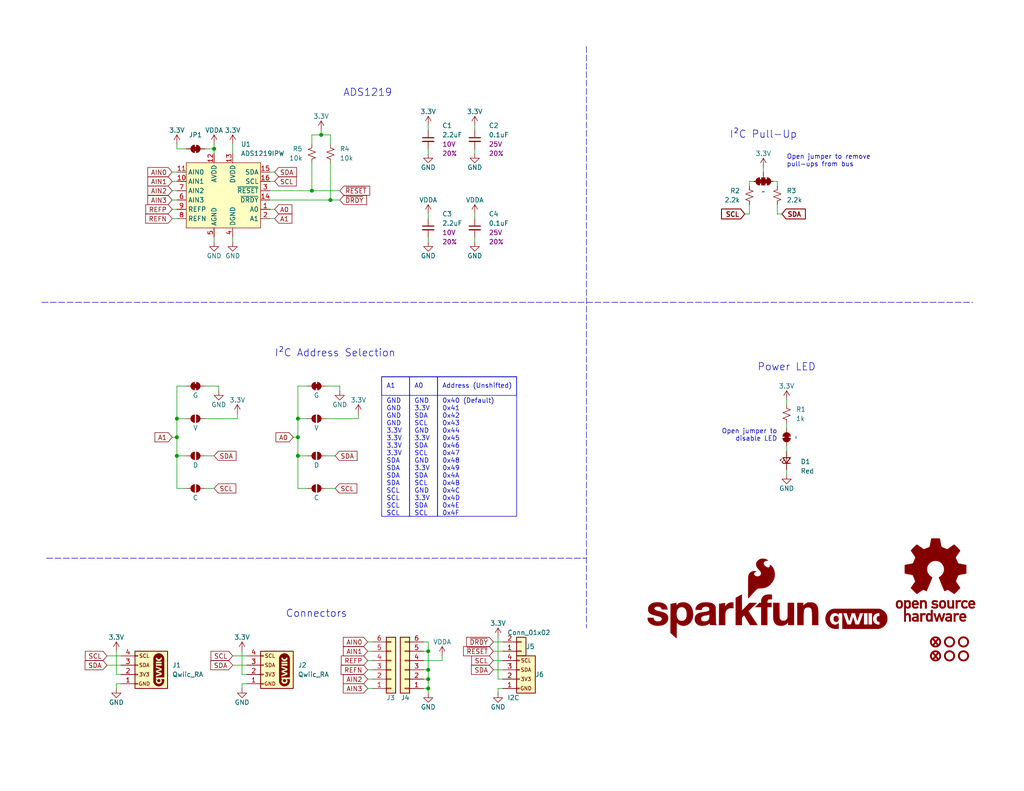
<source format=kicad_sch>
(kicad_sch (version 20231120) (generator "eeschema") (generator_version "8.0")
  (paper "USLetter")
  (title_block (title "SparkFun ADC ADS1219 (Qwiic)") (date "2025-02-24") (rev "v10") (company "SparkFun Electronics") (comment 1 "Designed by: Paul Clark"))
  (lib_symbols
    (symbol "SparkFun-Aesthetic:Fiducial_0.5mm"
      (symbol "Fiducial_0.5mm_1_1"
        (text "x" (at 0 0.254 0) (effects (font (size 2.5 2.5) (bold yes))))
      )
    )
    (symbol "SparkFun-Aesthetic:OSHW_Logo" (pin_names (offset 1.016)) (in_bom no))
    (symbol "SparkFun-Aesthetic:SparkFun_Logo" (pin_names (offset 1.016)) (on_board no))
    (symbol "SparkFun-Aesthetic:qwiic_Logo" (pin_names (offset 1.016)) (on_board no))
    (symbol "SparkFun-Capacitor:0.1uF_0603_25V_20%" (pin_numbers hide) (pin_names (offset 0.254))
      (property "Reference" "C" (at 0.635 2.54 0))
      (property "Value" "0.1uF" (at 0.635 -2.54 0))
      (property "Voltage" "25V" (at 0 -6.35 0))
      (property "Tolerance" "20%" (at 0 -8.89 0))
      (symbol "0.1uF_0603_25V_20%_1_1"
        (pin passive line (at 0 2.54 270) (length 2.032) (name "~") (number "1"))
        (pin passive line (at 0 -2.54 90) (length 2.032) (name "~") (number "2"))
      )
    )
    (symbol "SparkFun-Capacitor:2.2uF_0603_10V_20%" (pin_numbers hide) (pin_names (offset 0.254))
      (property "Reference" "C" (at 0.635 2.54 0))
      (property "Value" "2.2uF" (at 0.635 -2.54 0))
      (property "Voltage" "10V" (at 0 -6.35 0))
      (property "Tolerance" "20%" (at 0 -8.89 0))
      (symbol "2.2uF_0603_10V_20%_1_1"
        (pin passive line (at 0 2.54 270) (length 2.032) (name "~") (number "1"))
        (pin passive line (at 0 -2.54 90) (length 2.032) (name "~") (number "2"))
      )
    )
    (symbol "SparkFun-Connector:Conn_01x02" (pin_names (offset 1.016) hide)
      (property "Reference" "J" (at 0 2.54 0))
      (property "Value" "Conn_01x02" (at 0 -5.08 0))
      (symbol "Conn_01x02_1_1"
        (pin passive line (at -5.08 0 0) (length 3.81) (name "Pin_1") (number "1"))
        (pin passive line (at -5.08 -2.54 0) (length 3.81) (name "Pin_2") (number "2"))
      )
    )
    (symbol "SparkFun-Connector:Conn_01x06" (pin_names (offset 1.016) hide)
      (property "Reference" "J" (at 0 7.62 0))
      (property "Value" "Conn_01x06" (at 0 -10.16 0))
      (symbol "Conn_01x06_1_1"
        (pin passive line (at -5.08 5.08 0) (length 3.81) (name "Pin_1") (number "1"))
        (pin passive line (at -5.08 2.54 0) (length 3.81) (name "Pin_2") (number "2"))
        (pin passive line (at -5.08 0 0) (length 3.81) (name "Pin_3") (number "3"))
        (pin passive line (at -5.08 -2.54 0) (length 3.81) (name "Pin_4") (number "4"))
        (pin passive line (at -5.08 -5.08 0) (length 3.81) (name "Pin_5") (number "5"))
        (pin passive line (at -5.08 -7.62 0) (length 3.81) (name "Pin_6") (number "6"))
      )
    )
    (symbol "SparkFun-Connector:I2C_01x04" (pin_names (offset 1.016) hide)
      (property "Reference" "J" (at 0 5.08 0))
      (property "Value" "I2C" (at 0 -7.62 0))
      (symbol "I2C_01x04_1_1"
        (text "3V3" (at 1.27 -2.54 0) (effects (font (size 1 1))))
        (text "GND" (at 1.27 -5.08 0) (effects (font (size 1 1))))
        (text "SCL" (at 1.27 2.54 0) (effects (font (size 1 1))))
        (text "SDA" (at 1.27 0 0) (effects (font (size 1 1))))
        (pin passive line (at -5.08 -5.08 0) (length 3.81) (name "Pin_1") (number "1"))
        (pin passive line (at -5.08 -2.54 0) (length 3.81) (name "Pin_2") (number "2"))
        (pin passive line (at -5.08 0 0) (length 3.81) (name "Pin_3") (number "3"))
        (pin passive line (at -5.08 2.54 0) (length 3.81) (name "Pin_4") (number "4"))
      )
    )
    (symbol "SparkFun-Connector:Qwiic_Right_Angle" (pin_names (offset 1.016) hide)
      (property "Reference" "J" (at 0 5.08 0))
      (property "Value" "Qwiic_RA" (at 0 -7.62 0))
      (symbol "Qwiic_Right_Angle_1_1"
        (text "3V3" (at 1.27 -2.54 0) (effects (font (size 1 1))))
        (text "GND" (at 1.27 -5.08 0) (effects (font (size 1 1))))
        (text "SCL" (at 1.27 2.54 0) (effects (font (size 1 1))))
        (text "SDA" (at 1.27 0 0) (effects (font (size 1 1))))
        (pin passive line (at -5.08 -5.08 0) (length 3.81) (name "Pin_1") (number "1"))
        (pin passive line (at -5.08 -2.54 0) (length 3.81) (name "Pin_2") (number "2"))
        (pin passive line (at -5.08 0 0) (length 3.81) (name "Pin_3") (number "3"))
        (pin passive line (at -5.08 2.54 0) (length 3.81) (name "Pin_4") (number "4"))
        (pin no_connect line (at 5.08 3.81 270) (length 2.54) hide (name "NC") (number "NC1"))
        (pin no_connect line (at 6.35 3.81 270) (length 2.54) hide (name "NC") (number "NC2"))
      )
    )
    (symbol "SparkFun-Hardware:Standoff")
    (symbol "SparkFun-IC-Conversion:ADS1219IPW"
      (property "Reference" "U" (at 3.81 13.97 0))
      (property "Value" "ADS1219IPW" (at 3.81 11.43 0))
      (symbol "ADS1219IPW_1_1"
        (pin input line (at 12.7 -2.54 180) (length 2.54) (name "A0") (number "1"))
        (pin input line (at -12.7 5.08 0) (length 2.54) (name "AIN1") (number "10"))
        (pin input line (at -12.7 7.62 0) (length 2.54) (name "AIN0") (number "11"))
        (pin power_in line (at -2.54 12.7 270) (length 2.54) (name "AVDD") (number "12"))
        (pin power_in line (at 2.54 12.7 270) (length 2.54) (name "DVDD") (number "13"))
        (pin output line (at 12.7 0 180) (length 2.54) (name "~{DRDY}") (number "14"))
        (pin bidirectional line (at 12.7 7.62 180) (length 2.54) (name "SDA") (number "15"))
        (pin input line (at 12.7 5.08 180) (length 2.54) (name "SCL") (number "16"))
        (pin input line (at 12.7 -5.08 180) (length 2.54) (name "A1") (number "2"))
        (pin input line (at 12.7 2.54 180) (length 2.54) (name "~{RESET}") (number "3"))
        (pin power_in line (at 2.54 -10.16 90) (length 2.54) (name "DGND") (number "4"))
        (pin power_in line (at -2.54 -10.16 90) (length 2.54) (name "AGND") (number "5"))
        (pin input line (at -12.7 0 0) (length 2.54) (name "AIN3") (number "6"))
        (pin input line (at -12.7 2.54 0) (length 2.54) (name "AIN2") (number "7"))
        (pin input line (at -12.7 -5.08 0) (length 2.54) (name "REFN") (number "8"))
        (pin input line (at -12.7 -2.54 0) (length 2.54) (name "REFP") (number "9"))
      )
    )
    (symbol "SparkFun-Jumper:SolderJumper_2_Bridged" (pin_numbers hide) (pin_names (offset 0) hide)
      (property "Reference" "JP" (at 0 2.032 0))
      (property "Value" "~" (at 0 -2.54 0))
      (symbol "SolderJumper_2_Bridged_1_1"
        (pin passive line (at -2.54 0 0) (length 1.27) (name "A") (number "1"))
        (pin passive line (at 2.54 0 180) (length 1.27) (name "B") (number "2"))
      )
    )
    (symbol "SparkFun-Jumper:SolderJumper_2_Open" (pin_numbers hide) (pin_names (offset 0) hide)
      (property "Reference" "JP" (at 0 2.032 0))
      (property "Value" "~" (at 0 -2.54 0))
      (symbol "SolderJumper_2_Open_1_1"
        (pin passive line (at -2.54 0 0) (length 1.27) (name "A") (number "1"))
        (pin passive line (at 2.54 0 180) (length 1.27) (name "B") (number "2"))
      )
    )
    (symbol "SparkFun-Jumper:SolderJumper_3_Bridged123" (pin_numbers hide) (pin_names (offset 0) hide)
      (property "Reference" "JP" (at 0 2.54 0))
      (property "Value" "~" (at 3.81 1.27 0))
      (symbol "SolderJumper_3_Bridged123_1_1"
        (pin passive line (at -2.54 0 0) (length 1.27) (name "A") (number "1"))
        (pin passive line (at 0 -2.54 90) (length 1.27) (name "B") (number "2"))
        (pin passive line (at 2.54 0 180) (length 1.27) (name "C") (number "3"))
      )
    )
    (symbol "SparkFun-LED:LED_Red_0603" (pin_numbers hide) (pin_names (offset 1.016) hide)
      (property "Reference" "D" (at 0 2.54 0))
      (property "Value" "Red" (at 0 -2.54 0))
      (symbol "LED_Red_0603_1_1"
        (pin passive line (at -2.54 0 0) (length 1.778) (name "K") (number "1"))
        (pin passive line (at 2.54 0 180) (length 1.778) (name "A") (number "2"))
      )
    )
    (symbol "SparkFun-PowerSymbol:3.3V" (power) (pin_names (offset 0))
      (property "Value" "3.3V" (at 0 3.81 0))
      (symbol "3.3V_1_1"
        (pin power_in line (at 0 0 90) (length 0) hide (name "3.3V") (number "1"))
      )
    )
    (symbol "SparkFun-PowerSymbol:GND" (power) (pin_names (offset 0))
      (property "Value" "GND" (at 0 -3.81 0))
      (symbol "GND_1_1"
        (pin power_in line (at 0 0 270) (length 0) hide (name "GND") (number "1"))
      )
    )
    (symbol "SparkFun-PowerSymbol:VDDA" (power) (pin_names (offset 0))
      (property "Value" "VDDA" (at 0 3.81 0))
      (symbol "VDDA_1_1"
        (pin power_in line (at 0 0 90) (length 0) hide (name "VDDA") (number "1"))
      )
    )
    (symbol "SparkFun-Resistor:10k_0603" (pin_numbers hide) (pin_names (offset 0))
      (property "Reference" "R" (at 0 -2.54 0))
      (property "Value" "10k" (at 0 2.54 0))
      (symbol "10k_0603_1_1"
        (pin passive line (at -2.54 0 0) (length 1.016) (name "~") (number "1"))
        (pin passive line (at 2.54 0 180) (length 1.016) (name "~") (number "2"))
      )
    )
    (symbol "SparkFun-Resistor:1k_0603" (pin_numbers hide) (pin_names (offset 0))
      (property "Reference" "R" (at 0 -2.54 0))
      (property "Value" "1k" (at 0 2.54 0))
      (symbol "1k_0603_1_1"
        (pin passive line (at -2.54 0 0) (length 1.016) (name "~") (number "1"))
        (pin passive line (at 2.54 0 180) (length 1.016) (name "~") (number "2"))
      )
    )
    (symbol "SparkFun-Resistor:2.2k_0603" (pin_numbers hide) (pin_names (offset 0))
      (property "Reference" "R" (at 0 -2.54 0))
      (property "Value" "2.2k" (at 0 2.54 0))
      (symbol "2.2k_0603_1_1"
        (pin passive line (at -2.54 0 0) (length 1.016) (name "~") (number "1"))
        (pin passive line (at 2.54 0 180) (length 1.016) (name "~") (number "2"))
      )
    )
  )
  (junction (at 81.28 114.3))
  (junction (at 48.26 119.38))
  (junction (at 85.09 52.07))
  (junction (at 81.28 124.46))
  (junction (at 90.17 54.61))
  (junction (at 48.26 124.46))
  (junction (at 87.63 36.83))
  (junction (at 116.84 182.88))
  (junction (at 116.84 187.96))
  (junction (at 116.84 177.8))
  (junction (at 81.28 119.38))
  (junction (at 116.84 185.42))
  (junction (at 58.42 40.64))
  (junction (at 48.26 114.3))
  (wire (pts (xy 115.57 175.26) (xy 116.84 175.26)))
  (wire (pts (xy 100.33 180.34) (xy 101.6 180.34)))
  (wire (pts (xy 85.09 52.07) (xy 92.71 52.07)))
  (wire (pts (xy 48.26 124.46) (xy 48.26 133.35)))
  (polyline (pts (xy 160.02 12.7) (xy 160.02 171.45)) (stroke (width 0) (type dash)))
  (wire (pts (xy 87.63 36.83) (xy 90.17 36.83)))
  (wire (pts (xy 212.09 49.53) (xy 210.82 49.53)))
  (wire (pts (xy 73.66 49.53) (xy 74.93 49.53)))
  (wire (pts (xy 203.2 58.42) (xy 204.47 58.42)))
  (wire (pts (xy 116.84 177.8) (xy 115.57 177.8)))
  (wire (pts (xy 129.54 40.64) (xy 129.54 41.91)))
  (wire (pts (xy 100.33 182.88) (xy 101.6 182.88)))
  (wire (pts (xy 31.75 186.69) (xy 33.02 186.69)))
  (wire (pts (xy 58.42 64.77) (xy 58.42 66.04)))
  (wire (pts (xy 88.9 124.46) (xy 91.44 124.46)))
  (wire (pts (xy 204.47 55.88) (xy 204.47 58.42)))
  (wire (pts (xy 81.28 119.38) (xy 81.28 124.46)))
  (wire (pts (xy 120.65 179.07) (xy 120.65 180.34)))
  (wire (pts (xy 204.47 50.8) (xy 204.47 49.53)))
  (wire (pts (xy 129.54 64.77) (xy 129.54 66.04)))
  (wire (pts (xy 115.57 180.34) (xy 120.65 180.34)))
  (wire (pts (xy 116.84 182.88) (xy 116.84 185.42)))
  (wire (pts (xy 73.66 59.69) (xy 74.93 59.69)))
  (wire (pts (xy 212.09 58.42) (xy 213.36 58.42)))
  (wire (pts (xy 135.89 173.99) (xy 135.89 185.42)))
  (wire (pts (xy 90.17 54.61) (xy 92.71 54.61)))
  (wire (pts (xy 66.04 186.69) (xy 67.31 186.69)))
  (wire (pts (xy 85.09 36.83) (xy 87.63 36.83)))
  (wire (pts (xy 81.28 133.35) (xy 83.82 133.35)))
  (wire (pts (xy 55.88 124.46) (xy 58.42 124.46)))
  (wire (pts (xy 116.84 185.42) (xy 115.57 185.42)))
  (wire (pts (xy 48.26 39.37) (xy 48.26 40.64)))
  (wire (pts (xy 46.99 57.15) (xy 48.26 57.15)))
  (wire (pts (xy 116.84 64.77) (xy 116.84 66.04)))
  (wire (pts (xy 29.21 181.61) (xy 33.02 181.61)))
  (wire (pts (xy 48.26 119.38) (xy 48.26 124.46)))
  (wire (pts (xy 80.01 119.38) (xy 81.28 119.38)))
  (wire (pts (xy 81.28 124.46) (xy 81.28 133.35)))
  (wire (pts (xy 73.66 57.15) (xy 74.93 57.15)))
  (wire (pts (xy 100.33 187.96) (xy 101.6 187.96)))
  (wire (pts (xy 92.71 105.41) (xy 92.71 106.68)))
  (wire (pts (xy 88.9 105.41) (xy 92.71 105.41)))
  (wire (pts (xy 58.42 39.37) (xy 58.42 40.64)))
  (wire (pts (xy 73.66 52.07) (xy 85.09 52.07)))
  (wire (pts (xy 135.89 187.96) (xy 135.89 189.23)))
  (wire (pts (xy 48.26 124.46) (xy 50.8 124.46)))
  (wire (pts (xy 212.09 49.53) (xy 212.09 50.8)))
  (wire (pts (xy 137.16 187.96) (xy 135.89 187.96)))
  (wire (pts (xy 208.28 45.72) (xy 208.28 46.99)))
  (wire (pts (xy 46.99 54.61) (xy 48.26 54.61)))
  (wire (pts (xy 212.09 55.88) (xy 212.09 58.42)))
  (wire (pts (xy 29.21 179.07) (xy 33.02 179.07)))
  (polyline (pts (xy 11.43 82.55) (xy 265.43 82.55)) (stroke (width 0) (type dash)))
  (wire (pts (xy 214.63 121.92) (xy 214.63 123.19)))
  (wire (pts (xy 134.62 175.26) (xy 137.16 175.26)))
  (wire (pts (xy 48.26 40.64) (xy 50.8 40.64)))
  (wire (pts (xy 48.26 105.41) (xy 48.26 114.3)))
  (wire (pts (xy 214.63 109.22) (xy 214.63 110.49)))
  (wire (pts (xy 85.09 44.45) (xy 85.09 52.07)))
  (wire (pts (xy 97.79 113.03) (xy 97.79 114.3)))
  (wire (pts (xy 90.17 44.45) (xy 90.17 54.61)))
  (wire (pts (xy 64.77 113.03) (xy 64.77 114.3)))
  (wire (pts (xy 88.9 133.35) (xy 91.44 133.35)))
  (wire (pts (xy 73.66 54.61) (xy 90.17 54.61)))
  (wire (pts (xy 63.5 181.61) (xy 67.31 181.61)))
  (wire (pts (xy 66.04 186.69) (xy 66.04 187.96)))
  (wire (pts (xy 63.5 39.37) (xy 63.5 41.91)))
  (wire (pts (xy 214.63 115.57) (xy 214.63 116.84)))
  (wire (pts (xy 129.54 34.29) (xy 129.54 35.56)))
  (wire (pts (xy 81.28 124.46) (xy 83.82 124.46)))
  (wire (pts (xy 48.26 133.35) (xy 50.8 133.35)))
  (wire (pts (xy 46.99 119.38) (xy 48.26 119.38)))
  (wire (pts (xy 55.88 40.64) (xy 58.42 40.64)))
  (wire (pts (xy 55.88 114.3) (xy 64.77 114.3)))
  (wire (pts (xy 85.09 39.37) (xy 85.09 36.83)))
  (wire (pts (xy 116.84 182.88) (xy 115.57 182.88)))
  (wire (pts (xy 59.69 105.41) (xy 59.69 106.68)))
  (wire (pts (xy 73.66 46.99) (xy 74.93 46.99)))
  (wire (pts (xy 63.5 179.07) (xy 67.31 179.07)))
  (wire (pts (xy 83.82 105.41) (xy 81.28 105.41)))
  (wire (pts (xy 81.28 105.41) (xy 81.28 114.3)))
  (wire (pts (xy 46.99 49.53) (xy 48.26 49.53)))
  (wire (pts (xy 63.5 64.77) (xy 63.5 66.04)))
  (wire (pts (xy 134.62 177.8) (xy 137.16 177.8)))
  (wire (pts (xy 87.63 35.56) (xy 87.63 36.83)))
  (wire (pts (xy 90.17 39.37) (xy 90.17 36.83)))
  (polyline (pts (xy 12.7 152.4) (xy 160.02 152.4)) (stroke (width 0) (type dash)))
  (wire (pts (xy 81.28 114.3) (xy 81.28 119.38)))
  (wire (pts (xy 55.88 105.41) (xy 59.69 105.41)))
  (wire (pts (xy 116.84 40.64) (xy 116.84 41.91)))
  (wire (pts (xy 204.47 49.53) (xy 205.74 49.53)))
  (wire (pts (xy 31.75 186.69) (xy 31.75 187.96)))
  (wire (pts (xy 66.04 177.8) (xy 66.04 184.15)))
  (wire (pts (xy 214.63 128.27) (xy 214.63 129.54)))
  (wire (pts (xy 55.88 133.35) (xy 58.42 133.35)))
  (wire (pts (xy 134.62 182.88) (xy 137.16 182.88)))
  (wire (pts (xy 46.99 59.69) (xy 48.26 59.69)))
  (wire (pts (xy 58.42 40.64) (xy 58.42 41.91)))
  (wire (pts (xy 31.75 184.15) (xy 33.02 184.15)))
  (wire (pts (xy 129.54 58.42) (xy 129.54 59.69)))
  (wire (pts (xy 46.99 46.99) (xy 48.26 46.99)))
  (wire (pts (xy 116.84 177.8) (xy 116.84 182.88)))
  (wire (pts (xy 46.99 52.07) (xy 48.26 52.07)))
  (wire (pts (xy 88.9 114.3) (xy 97.79 114.3)))
  (wire (pts (xy 48.26 114.3) (xy 48.26 119.38)))
  (wire (pts (xy 116.84 175.26) (xy 116.84 177.8)))
  (wire (pts (xy 48.26 114.3) (xy 50.8 114.3)))
  (wire (pts (xy 116.84 185.42) (xy 116.84 187.96)))
  (wire (pts (xy 50.8 105.41) (xy 48.26 105.41)))
  (wire (pts (xy 100.33 177.8) (xy 101.6 177.8)))
  (wire (pts (xy 137.16 185.42) (xy 135.89 185.42)))
  (wire (pts (xy 66.04 184.15) (xy 67.31 184.15)))
  (wire (pts (xy 116.84 187.96) (xy 116.84 189.23)))
  (wire (pts (xy 116.84 58.42) (xy 116.84 59.69)))
  (wire (pts (xy 100.33 185.42) (xy 101.6 185.42)))
  (wire (pts (xy 116.84 187.96) (xy 115.57 187.96)))
  (wire (pts (xy 116.84 34.29) (xy 116.84 35.56)))
  (wire (pts (xy 31.75 177.8) (xy 31.75 184.15)))
  (wire (pts (xy 100.33 175.26) (xy 101.6 175.26)))
  (wire (pts (xy 81.28 114.3) (xy 83.82 114.3)))
  (wire (pts (xy 134.62 180.34) (xy 137.16 180.34)))
  (rectangle (start 104.14 102.87) (end 140.97 107.95))
  (rectangle (start 104.14 102.87) (end 111.76 140.97))
  (rectangle (start 119.38 102.87) (end 140.97 140.97))
  (rectangle (start 111.76 102.87) (end 119.38 140.97))
  (text "Open jumper to remove\npull-ups from bus" (at 214.63 45.72 0) (effects (font (size 1.27 1.27)) (justify left bottom)))
  (text "Connectors" (at 86.36 167.64 0) (effects (font (size 2 2))))
  (text "Power LED" (at 214.63 100.33 0) (effects (font (size 2 2))))
  (text "I²C Address Selection" (at 91.44 96.52 0) (effects (font (size 2 2))))
  (text "Open jumper to\ndisable LED" (at 212.09 120.65 0) (effects (font (size 1.27 1.27)) (justify right bottom)))
  (text "A1\n\nGND\nGND\nGND\nGND\n3.3V\n3.3V\n3.3V\n3.3V\nSDA\nSDA\nSDA\nSDA\nSCL\nSCL\nSCL\nSCL" (at 105.41 140.97 0) (effects (font (size 1.27 1.27)) (justify left bottom)))
  (text "Address (Unshifted)\n\n0x40 (Default)\n0x41\n0x42\n0x43\n0x44\n0x45\n0x46\n0x47\n0x48\n0x49\n0x4A\n0x4B\n0x4C\n0x4D\n0x4E\n0x4F" (at 120.65 140.97 0) (effects (font (size 1.27 1.27)) (justify left bottom)))
  (text "ADS1219" (at 100.33 25.4 0) (effects (font (size 2 2))))
  (text "I²C Pull-Up" (at 208.28 36.83 0) (effects (font (size 2 2))))
  (text "A0\n\nGND\n3.3V\nSDA\nSCL\nGND\n3.3V\nSDA\nSCL\nGND\n3.3V\nSDA\nSCL\nGND\n3.3V\nSDA\nSCL" (at 113.03 140.97 0) (effects (font (size 1.27 1.27)) (justify left bottom)))
  (global_label "SDA" (shape input) (at 58.42 124.46 0) (property "Intersheetrefs" "${INTERSHEET_REFS}" (effects (hide yes))))
  (global_label "AIN2" (shape input) (at 46.99 52.07 180) (property "Intersheetrefs" "${INTERSHEET_REFS}" (effects (hide yes))))
  (global_label "~{RESET}" (shape input) (at 92.71 52.07 0) (property "Intersheetrefs" "${INTERSHEET_REFS}" (effects (hide yes))))
  (global_label "SCL" (shape input) (at 74.93 49.53 0) (property "Intersheetrefs" "${INTERSHEET_REFS}" (effects (hide yes))))
  (global_label "REFN" (shape input) (at 100.33 182.88 180) (property "Intersheetrefs" "${INTERSHEET_REFS}" (effects (hide yes))))
  (global_label "SCL" (shape input) (at 63.5 179.07 180) (property "Intersheetrefs" "${INTERSHEET_REFS}" (effects (hide yes))))
  (global_label "AIN0" (shape input) (at 46.99 46.99 180) (property "Intersheetrefs" "${INTERSHEET_REFS}" (effects (hide yes))))
  (global_label "AIN0" (shape input) (at 100.33 175.26 180) (property "Intersheetrefs" "${INTERSHEET_REFS}" (effects (hide yes))))
  (global_label "~{RESET}" (shape input) (at 134.62 177.8 180) (property "Intersheetrefs" "${INTERSHEET_REFS}" (effects (hide yes))))
  (global_label "SDA" (shape input) (at 29.21 181.61 180) (property "Intersheetrefs" "${INTERSHEET_REFS}" (effects (hide yes))))
  (global_label "AIN3" (shape input) (at 100.33 187.96 180) (property "Intersheetrefs" "${INTERSHEET_REFS}" (effects (hide yes))))
  (global_label "A0" (shape input) (at 80.01 119.38 180) (property "Intersheetrefs" "${INTERSHEET_REFS}" (effects (hide yes))))
  (global_label "REFP" (shape input) (at 46.99 57.15 180) (property "Intersheetrefs" "${INTERSHEET_REFS}" (effects (hide yes))))
  (global_label "SCL" (shape input) (at 134.62 180.34 180) (property "Intersheetrefs" "${INTERSHEET_REFS}" (effects (hide yes))))
  (global_label "AIN2" (shape input) (at 100.33 185.42 180) (property "Intersheetrefs" "${INTERSHEET_REFS}" (effects (hide yes))))
  (global_label "SCL" (shape input) (at 91.44 133.35 0) (property "Intersheetrefs" "${INTERSHEET_REFS}" (effects (hide yes))))
  (global_label "SCL" (shape input) (at 58.42 133.35 0) (property "Intersheetrefs" "${INTERSHEET_REFS}" (effects (hide yes))))
  (global_label "SDA" (shape input) (at 134.62 182.88 180) (property "Intersheetrefs" "${INTERSHEET_REFS}" (effects (hide yes))))
  (global_label "AIN3" (shape input) (at 46.99 54.61 180) (property "Intersheetrefs" "${INTERSHEET_REFS}" (effects (hide yes))))
  (global_label "~{DRDY}" (shape input) (at 92.71 54.61 0) (property "Intersheetrefs" "${INTERSHEET_REFS}" (effects (hide yes))))
  (global_label "REFN" (shape input) (at 46.99 59.69 180) (property "Intersheetrefs" "${INTERSHEET_REFS}" (effects (hide yes))))
  (global_label "~{DRDY}" (shape input) (at 134.62 175.26 180) (property "Intersheetrefs" "${INTERSHEET_REFS}" (effects (hide yes))))
  (global_label "SDA" (shape input) (at 63.5 181.61 180) (property "Intersheetrefs" "${INTERSHEET_REFS}" (effects (hide yes))))
  (global_label "REFP" (shape input) (at 100.33 180.34 180) (property "Intersheetrefs" "${INTERSHEET_REFS}" (effects (hide yes))))
  (global_label "SDA" (shape input) (at 91.44 124.46 0) (property "Intersheetrefs" "${INTERSHEET_REFS}" (effects (hide yes))))
  (global_label "A0" (shape input) (at 74.93 57.15 0) (property "Intersheetrefs" "${INTERSHEET_REFS}" (effects (hide yes))))
  (global_label "SDA" (shape input) (at 213.36 58.42 0) (effects (font (bold yes))) (property "Intersheetrefs" "${INTERSHEET_REFS}" (effects (hide yes))))
  (global_label "AIN1" (shape input) (at 100.33 177.8 180) (property "Intersheetrefs" "${INTERSHEET_REFS}" (effects (hide yes))))
  (global_label "SDA" (shape input) (at 74.93 46.99 0) (property "Intersheetrefs" "${INTERSHEET_REFS}" (effects (hide yes))))
  (global_label "A1" (shape input) (at 74.93 59.69 0) (property "Intersheetrefs" "${INTERSHEET_REFS}" (effects (hide yes))))
  (global_label "SCL" (shape input) (at 29.21 179.07 180) (property "Intersheetrefs" "${INTERSHEET_REFS}" (effects (hide yes))))
  (global_label "SCL" (shape input) (at 203.2 58.42 180) (effects (font (bold yes))) (property "Intersheetrefs" "${INTERSHEET_REFS}" (effects (hide yes))))
  (global_label "A1" (shape input) (at 46.99 119.38 180) (property "Intersheetrefs" "${INTERSHEET_REFS}" (effects (hide yes))))
  (global_label "AIN1" (shape input) (at 46.99 49.53 180) (property "Intersheetrefs" "${INTERSHEET_REFS}" (effects (hide yes))))
  (symbol (lib_id "SparkFun-PowerSymbol:GND") (at 214.63 129.54 0) (unit 1)
    (property "Reference" "#PWR015" (effects (hide yes)))
    (property "Value" "GND" (at 214.63 133.35 0))
    (property "Description" "Power symbol creates a global label with name \"GND\" , ground" (effects (hide yes)))
  )
  (symbol (lib_id "SparkFun-PowerSymbol:3.3V") (at 129.54 34.29 0) (unit 1)
    (property "Reference" "#PWR07" (effects (hide yes)))
    (property "Value" "3.3V" (at 129.54 30.48 0))
    (property "Description" "Power symbol creates a global label with name \"3.3V\"" (effects (hide yes)))
  )
  (symbol (lib_id "SparkFun-Hardware:Standoff") (at 262.89 175.26 0) (unit 1)
    (property "Reference" "ST1" (effects (hide yes)))
    (property "Value" "Standoff" (effects (hide yes)))
    (property "Footprint" "SparkFun-Hardware:Standoff" (effects (hide yes)))
    (property "Description" "Drill holes for mechanically mounting via screws, standoffs, etc." (effects (hide yes)))
  )
  (symbol (lib_id "SparkFun-PowerSymbol:VDDA") (at 129.54 58.42 0) (unit 1)
    (property "Reference" "#PWR012" (effects (hide yes)))
    (property "Value" "VDDA" (at 129.54 54.61 0))
    (property "Description" "Power symbol creates a global label with name \"VDDA\"" (effects (hide yes)))
  )
  (symbol (lib_id "SparkFun-PowerSymbol:GND") (at 129.54 66.04 0) (unit 1)
    (property "Reference" "#PWR013" (effects (hide yes)))
    (property "Value" "GND" (at 129.54 69.85 0))
    (property "Description" "Power symbol creates a global label with name \"GND\" , ground" (effects (hide yes)))
  )
  (symbol (lib_id "SparkFun-PowerSymbol:GND") (at 135.89 189.23 0) (unit 1)
    (property "Reference" "#PWR027" (effects (hide yes)))
    (property "Value" "GND" (at 135.89 193.04 0))
    (property "Description" "Power symbol creates a global label with name \"GND\" , ground" (effects (hide yes)))
  )
  (symbol (lib_id "SparkFun-PowerSymbol:VDDA") (at 116.84 58.42 0) (unit 1)
    (property "Reference" "#PWR010" (effects (hide yes)))
    (property "Value" "VDDA" (at 116.84 54.61 0))
    (property "Description" "Power symbol creates a global label with name \"VDDA\"" (effects (hide yes)))
  )
  (symbol (lib_id "SparkFun-PowerSymbol:3.3V") (at 116.84 34.29 0) (unit 1)
    (property "Reference" "#PWR06" (effects (hide yes)))
    (property "Value" "3.3V" (at 116.84 30.48 0))
    (property "Description" "Power symbol creates a global label with name \"3.3V\"" (effects (hide yes)))
  )
  (symbol (lib_id "SparkFun-PowerSymbol:GND") (at 116.84 189.23 0) (mirror y) (unit 1)
    (property "Reference" "#PWR025" (effects (hide yes)))
    (property "Value" "GND" (at 116.84 193.04 0))
    (property "Description" "Power symbol creates a global label with name \"GND\" , ground" (effects (hide yes)))
  )
  (symbol (lib_id "SparkFun-PowerSymbol:3.3V") (at 214.63 109.22 0) (unit 1)
    (property "Reference" "#PWR014" (effects (hide yes)))
    (property "Value" "3.3V" (at 214.63 105.41 0))
    (property "Description" "Power symbol creates a global label with name \"3.3V\"" (effects (hide yes)))
  )
  (symbol (lib_id "SparkFun-PowerSymbol:GND") (at 58.42 66.04 0) (unit 1)
    (property "Reference" "#PWR04" (effects (hide yes)))
    (property "Value" "GND" (at 58.42 69.85 0))
    (property "Description" "Power symbol creates a global label with name \"GND\" , ground" (effects (hide yes)))
  )
  (symbol (lib_id "SparkFun-Jumper:SolderJumper_2_Open") (at 86.36 133.35 0) (unit 1)
    (property "Reference" "JP7" (effects (hide yes)))
    (property "Value" "C" (at 86.36 135.89 0))
    (property "Footprint" "SparkFun-Jumper:Jumper_2_NO" (effects (hide yes)))
    (property "Description" "Solder Jumper, 2-pole, open" (effects (hide yes)))
  )
  (symbol (lib_id "SparkFun-Jumper:SolderJumper_2_Open") (at 53.34 133.35 0) (unit 1)
    (property "Reference" "JP11" (effects (hide yes)))
    (property "Value" "C" (at 53.34 135.89 0))
    (property "Footprint" "SparkFun-Jumper:Jumper_2_NO" (effects (hide yes)))
    (property "Description" "Solder Jumper, 2-pole, open" (effects (hide yes)))
  )
  (symbol (lib_id "SparkFun-Resistor:10k_0603") (at 85.09 41.91 90) (mirror x) (unit 1)
    (property "Reference" "R5" (at 82.55 40.6399 90) (effects (justify left)))
    (property "Value" "10k" (at 82.55 43.1799 90) (effects (justify left)))
    (property "Footprint" "SparkFun-Resistor:R_0603_1608Metric" (effects (hide yes)))
    (property "Datasheet" "https://www.vishay.com/docs/20035/dcrcwe3.pdf" (effects (hide yes)))
    (property "Description" "Resistor" (effects (hide yes)))
    (property "PROD_ID" "RES-00824" (effects (hide yes)))
  )
  (symbol (lib_id "SparkFun-Connector:Conn_01x06") (at 106.68 182.88 0) (mirror x) (unit 1)
    (property "Reference" "J3" (at 105.41 190.5 0) (effects (justify left)))
    (property "Value" "Conn_01x06" (effects (hide yes)))
    (property "Footprint" "SparkFun-Connector:1x06" (effects (hide yes)))
    (property "Description" "Basic 0.1\" PTH" (effects (hide yes)))
  )
  (symbol (lib_id "SparkFun-Capacitor:2.2uF_0603_10V_20%") (at 116.84 38.1 0) (unit 1)
    (property "Reference" "C1" (at 120.65 34.29 0) (effects (justify left)))
    (property "Value" "2.2uF" (at 120.65 36.83 0) (effects (justify left)))
    (property "Footprint" "SparkFun-Capacitor:C_0603_1608Metric" (effects (hide yes)))
    (property "Datasheet" "https://cdn.sparkfun.com/assets/8/a/4/a/5/Kemet_Capacitor_Datasheet.pdf" (effects (hide yes)))
    (property "Description" "Unpolarized capacitor" (effects (hide yes)))
    (property "PROD_ID" "CAP-07888" (effects (hide yes)))
    (property "Voltage" "10V" (at 120.65 39.37 0) (effects (justify left)))
    (property "Tolerance" "20%" (at 120.65 41.91 0) (effects (justify left)))
  )
  (symbol (lib_id "SparkFun-PowerSymbol:3.3V") (at 63.5 39.37 0) (unit 1)
    (property "Reference" "#PWR01" (effects (hide yes)))
    (property "Value" "3.3V" (at 63.5 35.56 0))
    (property "Description" "Power symbol creates a global label with name \"3.3V\"" (effects (hide yes)))
  )
  (symbol (lib_id "SparkFun-Aesthetic:OSHW_Logo") (at 255.27 162.56 0) (unit 1)
    (property "Reference" "#G2" (effects (hide yes)))
    (property "Value" "OSHW_Logo" (effects (hide yes)))
    (property "Footprint" "SparkFun-Aesthetic:Creative_Commons_License" (effects (hide yes)))
  )
  (symbol (lib_id "SparkFun-Capacitor:0.1uF_0603_25V_20%") (at 129.54 62.23 0) (unit 1)
    (property "Reference" "C4" (at 133.35 58.42 0) (effects (justify left)))
    (property "Value" "0.1uF" (at 133.35 60.96 0) (effects (justify left)))
    (property "Footprint" "SparkFun-Capacitor:C_0603_1608Metric" (effects (hide yes)))
    (property "Datasheet" "https://cdn.sparkfun.com/assets/8/a/4/a/5/Kemet_Capacitor_Datasheet.pdf" (effects (hide yes)))
    (property "Description" "Unpolarized capacitor" (effects (hide yes)))
    (property "PROD_ID" "CAP-00810" (effects (hide yes)))
    (property "Voltage" "25V" (at 133.35 63.5 0) (effects (justify left)))
    (property "Tolerance" "20%" (at 133.35 66.04 0) (effects (justify left)))
  )
  (symbol (lib_id "SparkFun-Jumper:SolderJumper_2_Bridged") (at 86.36 105.41 0) (unit 1)
    (property "Reference" "JP4" (effects (hide yes)))
    (property "Value" "G" (at 86.36 107.95 0))
    (property "Footprint" "SparkFun-Jumper:Jumper_2_NC_Trace" (effects (hide yes)))
    (property "Description" "Solder Jumper, 2-pole, closed/bridged" (effects (hide yes)))
  )
  (symbol (lib_id "SparkFun-Connector:Conn_01x02") (at 142.24 177.8 0) (mirror x) (unit 1)
    (property "Reference" "J5" (at 143.51 176.53 0) (effects (justify left)))
    (property "Value" "Conn_01x02" (at 138.43 172.72 0) (effects (justify left)))
    (property "Footprint" "SparkFun-Connector:1x02" (effects (hide yes)))
    (property "Description" "Basic 0.1\" PTH" (effects (hide yes)))
  )
  (symbol (lib_id "SparkFun-PowerSymbol:3.3V") (at 87.63 35.56 0) (unit 1)
    (property "Reference" "#PWR029" (effects (hide yes)))
    (property "Value" "3.3V" (at 87.63 31.75 0))
    (property "Description" "Power symbol creates a global label with name \"3.3V\"" (effects (hide yes)))
  )
  (symbol (lib_id "SparkFun-PowerSymbol:GND") (at 92.71 106.68 0) (unit 1)
    (property "Reference" "#PWR017" (effects (hide yes)))
    (property "Value" "GND" (at 92.71 110.49 0))
    (property "Description" "Power symbol creates a global label with name \"GND\" , ground" (effects (hide yes)))
  )
  (symbol (lib_id "SparkFun-Connector:Qwiic_Right_Angle") (at 72.39 181.61 0) (unit 1)
    (property "Reference" "J2" (at 81.28 181.61 0) (effects (justify left)))
    (property "Value" "Qwiic_RA" (at 81.28 184.15 0) (effects (justify left)))
    (property "Footprint" "SparkFun-Connector:JST_SMD_1.0mm-4_Black" (effects (hide yes)))
    (property "Datasheet" "https://www.jst-mfg.com/product/pdf/eng/eSH.pdf" (effects (hide yes)))
    (property "Description" "4 pin JST 1mm polarized connector for I2C" (effects (hide yes)))
    (property "PROD_ID" "CONN-13694" (effects (hide yes)))
  )
  (symbol (lib_id "SparkFun-Aesthetic:SparkFun_Logo") (at 199.39 167.64 0) (unit 1) (on_board no)
    (property "Reference" "G1" (effects (hide yes)))
    (property "Value" "SparkFun_Logo" (effects (hide yes)))
  )
  (symbol (lib_id "SparkFun-PowerSymbol:3.3V") (at 97.79 113.03 0) (unit 1)
    (property "Reference" "#PWR018" (effects (hide yes)))
    (property "Value" "3.3V" (at 97.79 109.22 0))
    (property "Description" "Power symbol creates a global label with name \"3.3V\"" (effects (hide yes)))
  )
  (symbol (lib_id "SparkFun-PowerSymbol:VDDA") (at 120.65 179.07 0) (mirror y) (unit 1)
    (property "Reference" "#PWR026" (effects (hide yes)))
    (property "Value" "VDDA" (at 120.65 175.26 0))
    (property "Description" "Power symbol creates a global label with name \"VDDA\"" (effects (hide yes)))
  )
  (symbol (lib_id "SparkFun-PowerSymbol:GND") (at 129.54 41.91 0) (unit 1)
    (property "Reference" "#PWR09" (effects (hide yes)))
    (property "Value" "GND" (at 129.54 45.72 0))
    (property "Description" "Power symbol creates a global label with name \"GND\" , ground" (effects (hide yes)))
  )
  (symbol (lib_id "SparkFun-PowerSymbol:GND") (at 116.84 41.91 0) (unit 1)
    (property "Reference" "#PWR08" (effects (hide yes)))
    (property "Value" "GND" (at 116.84 45.72 0))
    (property "Description" "Power symbol creates a global label with name \"GND\" , ground" (effects (hide yes)))
  )
  (symbol (lib_id "SparkFun-Connector:I2C_01x04") (at 142.24 182.88 0) (unit 1)
    (property "Reference" "J6" (at 146.05 184.15 0) (effects (justify left)))
    (property "Value" "I2C" (at 138.43 190.5 0) (effects (justify left)))
    (property "Footprint" "SparkFun-Connector:1x04" (effects (hide yes)))
    (property "Description" "Coomon 4 pin PTH connector for I2C" (effects (hide yes)))
  )
  (symbol (lib_id "SparkFun-PowerSymbol:3.3V") (at 208.28 45.72 0) (unit 1)
    (property "Reference" "#PWR016" (effects (hide yes)))
    (property "Value" "3.3V" (at 208.28 41.91 0))
    (property "Description" "Power symbol creates a global label with name \"3.3V\"" (effects (hide yes)))
  )
  (symbol (lib_id "SparkFun-Jumper:SolderJumper_2_Open") (at 86.36 124.46 0) (unit 1)
    (property "Reference" "JP6" (effects (hide yes)))
    (property "Value" "D" (at 86.36 127 0))
    (property "Footprint" "SparkFun-Jumper:Jumper_2_NO" (effects (hide yes)))
    (property "Description" "Solder Jumper, 2-pole, open" (effects (hide yes)))
  )
  (symbol (lib_id "SparkFun-PowerSymbol:GND") (at 116.84 66.04 0) (unit 1)
    (property "Reference" "#PWR011" (effects (hide yes)))
    (property "Value" "GND" (at 116.84 69.85 0))
    (property "Description" "Power symbol creates a global label with name \"GND\" , ground" (effects (hide yes)))
  )
  (symbol (lib_id "SparkFun-PowerSymbol:VDDA") (at 58.42 39.37 0) (unit 1)
    (property "Reference" "#PWR03" (effects (hide yes)))
    (property "Value" "VDDA" (at 58.42 35.56 0))
    (property "Description" "Power symbol creates a global label with name \"VDDA\"" (effects (hide yes)))
  )
  (symbol (lib_id "SparkFun-Capacitor:0.1uF_0603_25V_20%") (at 129.54 38.1 0) (unit 1)
    (property "Reference" "C2" (at 133.35 34.29 0) (effects (justify left)))
    (property "Value" "0.1uF" (at 133.35 36.83 0) (effects (justify left)))
    (property "Footprint" "SparkFun-Capacitor:C_0603_1608Metric" (effects (hide yes)))
    (property "Datasheet" "https://cdn.sparkfun.com/assets/8/a/4/a/5/Kemet_Capacitor_Datasheet.pdf" (effects (hide yes)))
    (property "Description" "Unpolarized capacitor" (effects (hide yes)))
    (property "PROD_ID" "CAP-00810" (effects (hide yes)))
    (property "Voltage" "25V" (at 133.35 39.37 0) (effects (justify left)))
    (property "Tolerance" "20%" (at 133.35 41.91 0) (effects (justify left)))
  )
  (symbol (lib_id "SparkFun-Jumper:SolderJumper_2_Bridged") (at 214.63 119.38 90) (unit 1)
    (property "Reference" "JP2" (effects (hide yes)))
    (property "Value" "~" (at 217.17 119.38 0))
    (property "Footprint" "SparkFun-Jumper:Jumper_2_NC_Trace" (effects (hide yes)))
    (property "Description" "Solder Jumper, 2-pole, closed/bridged" (effects (hide yes)))
  )
  (symbol (lib_id "SparkFun-IC-Conversion:ADS1219IPW") (at 60.96 54.61 0) (unit 1)
    (property "Reference" "U1" (at 65.6941 39.37 0) (effects (justify left)))
    (property "Value" "ADS1219IPW" (at 65.6941 41.91 0) (effects (justify left)))
    (property "Footprint" "SparkFun-Semiconductor-Standard:TSSOP-16" (effects (hide yes)))
    (property "Datasheet" "https://www.ti.com/lit/gpn/ads1219" (effects (hide yes)))
    (property "Description" "24-Bit, 4-Channel, 1-kSPS ADC Converter" (effects (hide yes)))
    (property "PROD_ID" "IC-19659" (effects (hide yes)))
  )
  (symbol (lib_id "SparkFun-Jumper:SolderJumper_2_Open") (at 53.34 124.46 0) (unit 1)
    (property "Reference" "JP10" (effects (hide yes)))
    (property "Value" "D" (at 53.34 127 0))
    (property "Footprint" "SparkFun-Jumper:Jumper_2_NO" (effects (hide yes)))
    (property "Description" "Solder Jumper, 2-pole, open" (effects (hide yes)))
  )
  (symbol (lib_id "SparkFun-PowerSymbol:3.3V") (at 31.75 177.8 0) (unit 1)
    (property "Reference" "#PWR021" (effects (hide yes)))
    (property "Value" "3.3V" (at 31.75 173.99 0))
    (property "Description" "Power symbol creates a global label with name \"3.3V\"" (effects (hide yes)))
  )
  (symbol (lib_id "SparkFun-Hardware:Standoff") (at 259.08 179.07 0) (unit 1)
    (property "Reference" "ST4" (effects (hide yes)))
    (property "Value" "Standoff" (effects (hide yes)))
    (property "Footprint" "SparkFun-Hardware:Standoff" (effects (hide yes)))
    (property "Description" "Drill holes for mechanically mounting via screws, standoffs, etc." (effects (hide yes)))
  )
  (symbol (lib_id "SparkFun-Jumper:SolderJumper_2_Open") (at 53.34 114.3 0) (unit 1)
    (property "Reference" "JP9" (effects (hide yes)))
    (property "Value" "V" (at 53.34 116.84 0))
    (property "Footprint" "SparkFun-Jumper:Jumper_2_NO" (effects (hide yes)))
    (property "Description" "Solder Jumper, 2-pole, open" (effects (hide yes)))
  )
  (symbol (lib_id "SparkFun-Aesthetic:Fiducial_0.5mm") (at 255.27 179.07 0) (unit 1)
    (property "Reference" "FID3" (effects (hide yes)))
    (property "Value" "Fiducial_0.5mm" (effects (hide yes)))
    (property "Footprint" "SparkFun-Aesthetic:Fiducial_0.5mm_Mask1mm" (effects (hide yes)))
    (property "Description" "Fiducial Marker" (effects (hide yes)))
  )
  (symbol (lib_id "SparkFun-PowerSymbol:3.3V") (at 48.26 39.37 0) (unit 1)
    (property "Reference" "#PWR02" (effects (hide yes)))
    (property "Value" "3.3V" (at 48.26 35.56 0))
    (property "Description" "Power symbol creates a global label with name \"3.3V\"" (effects (hide yes)))
  )
  (symbol (lib_id "SparkFun-Jumper:SolderJumper_2_Open") (at 86.36 114.3 0) (unit 1)
    (property "Reference" "JP5" (effects (hide yes)))
    (property "Value" "V" (at 86.36 116.84 0))
    (property "Footprint" "SparkFun-Jumper:Jumper_2_NO" (effects (hide yes)))
    (property "Description" "Solder Jumper, 2-pole, open" (effects (hide yes)))
  )
  (symbol (lib_id "SparkFun-PowerSymbol:3.3V") (at 135.89 173.99 0) (unit 1)
    (property "Reference" "#PWR028" (effects (hide yes)))
    (property "Value" "3.3V" (at 135.89 170.18 0))
    (property "Description" "Power symbol creates a global label with name \"3.3V\"" (effects (hide yes)))
  )
  (symbol (lib_id "SparkFun-PowerSymbol:GND") (at 66.04 187.96 0) (unit 1)
    (property "Reference" "#PWR024" (effects (hide yes)))
    (property "Value" "GND" (at 66.04 191.77 0))
    (property "Description" "Power symbol creates a global label with name \"GND\" , ground" (effects (hide yes)))
  )
  (symbol (lib_id "SparkFun-LED:LED_Red_0603") (at 214.63 125.73 90) (unit 1)
    (property "Reference" "D1" (at 218.44 126.0475 90) (effects (justify right)))
    (property "Value" "Red" (at 218.44 128.5875 90) (effects (justify right)))
    (property "Footprint" "SparkFun-LED:LED_0603_1608Metric_Red" (effects (hide yes)))
    (property "Datasheet" "https://docs.broadcom.com/docs/AV02-0551EN" (effects (hide yes)))
    (property "Description" "Light emitting diode" (effects (hide yes)))
    (property "PROD_ID" "DIO-17976" (effects (hide yes)))
  )
  (symbol (lib_id "SparkFun-Aesthetic:Fiducial_0.5mm") (at 255.27 175.26 0) (unit 1)
    (property "Reference" "FID1" (effects (hide yes)))
    (property "Value" "Fiducial_0.5mm" (effects (hide yes)))
    (property "Footprint" "SparkFun-Aesthetic:Fiducial_0.5mm_Mask1mm" (effects (hide yes)))
    (property "Description" "Fiducial Marker" (effects (hide yes)))
  )
  (symbol (lib_id "SparkFun-PowerSymbol:GND") (at 63.5 66.04 0) (unit 1)
    (property "Reference" "#PWR05" (effects (hide yes)))
    (property "Value" "GND" (at 63.5 69.85 0))
    (property "Description" "Power symbol creates a global label with name \"GND\" , ground" (effects (hide yes)))
  )
  (symbol (lib_id "SparkFun-Aesthetic:qwiic_Logo") (at 233.68 168.91 0) (unit 1)
    (property "Reference" "#G1" (effects (hide yes)))
    (property "Value" "qwiic_Logo" (effects (hide yes)))
    (property "Footprint" "SparkFun-Aesthetic:qwiic_5.5mm" (effects (hide yes)))
  )
  (symbol (lib_id "SparkFun-Resistor:1k_0603") (at 214.63 113.03 90) (unit 1)
    (property "Reference" "R1" (at 217.17 111.7599 90) (effects (justify right)))
    (property "Value" "1k" (at 217.17 114.2999 90) (effects (justify right)))
    (property "Footprint" "SparkFun-Resistor:R_0603_1608Metric" (effects (hide yes)))
    (property "Datasheet" "https://www.vishay.com/docs/20035/dcrcwe3.pdf" (effects (hide yes)))
    (property "Description" "Resistor" (effects (hide yes)))
    (property "PROD_ID" "RES-07856" (effects (hide yes)))
  )
  (symbol (lib_id "SparkFun-Hardware:Standoff") (at 259.08 175.26 0) (unit 1)
    (property "Reference" "ST2" (effects (hide yes)))
    (property "Value" "Standoff" (effects (hide yes)))
    (property "Footprint" "SparkFun-Hardware:Standoff" (effects (hide yes)))
    (property "Description" "Drill holes for mechanically mounting via screws, standoffs, etc." (effects (hide yes)))
  )
  (symbol (lib_id "SparkFun-PowerSymbol:3.3V") (at 66.04 177.8 0) (unit 1)
    (property "Reference" "#PWR023" (effects (hide yes)))
    (property "Value" "3.3V" (at 66.04 173.99 0))
    (property "Description" "Power symbol creates a global label with name \"3.3V\"" (effects (hide yes)))
  )
  (symbol (lib_id "SparkFun-Connector:Conn_01x06") (at 110.49 182.88 180) (unit 1)
    (property "Reference" "J4" (at 111.76 190.5 0) (effects (justify left)))
    (property "Value" "Conn_01x06" (effects (hide yes)))
    (property "Footprint" "SparkFun-Connector:1x06" (effects (hide yes)))
    (property "Description" "Basic 0.1\" PTH" (effects (hide yes)))
  )
  (symbol (lib_id "SparkFun-PowerSymbol:GND") (at 31.75 187.96 0) (unit 1)
    (property "Reference" "#PWR022" (effects (hide yes)))
    (property "Value" "GND" (at 31.75 191.77 0))
    (property "Description" "Power symbol creates a global label with name \"GND\" , ground" (effects (hide yes)))
  )
  (symbol (lib_id "SparkFun-Jumper:SolderJumper_3_Bridged123") (at 208.28 49.53 180) (unit 1)
    (property "Reference" "JP3" (effects (hide yes)))
    (property "Value" "~" (at 208.28 52.324 0))
    (property "Footprint" "SparkFun-Jumper:Jumper_3_NC-2_Trace" (effects (hide yes)))
    (property "Description" "Solder Jumper, 3-pole, pins 1+2+3 closed/bridged" (effects (hide yes)))
  )
  (symbol (lib_id "SparkFun-Connector:Qwiic_Right_Angle") (at 38.1 181.61 0) (unit 1)
    (property "Reference" "J1" (at 46.99 181.61 0) (effects (justify left)))
    (property "Value" "Qwiic_RA" (at 46.99 184.15 0) (effects (justify left)))
    (property "Footprint" "SparkFun-Connector:JST_SMD_1.0mm-4_Black" (effects (hide yes)))
    (property "Datasheet" "https://www.jst-mfg.com/product/pdf/eng/eSH.pdf" (effects (hide yes)))
    (property "Description" "4 pin JST 1mm polarized connector for I2C" (effects (hide yes)))
    (property "PROD_ID" "CONN-13694" (effects (hide yes)))
  )
  (symbol (lib_id "SparkFun-Resistor:2.2k_0603") (at 212.09 53.34 90) (mirror x) (unit 1)
    (property "Reference" "R3" (at 214.63 52.0699 90) (effects (justify right)))
    (property "Value" "2.2k" (at 214.63 54.6099 90) (effects (justify right)))
    (property "Footprint" "SparkFun-Resistor:R_0603_1608Metric" (effects (hide yes)))
    (property "Datasheet" "https://www.vishay.com/docs/20035/dcrcwe3.pdf" (effects (hide yes)))
    (property "Description" "Resistor" (effects (hide yes)))
    (property "PROD_ID" "RES-08272" (effects (hide yes)))
  )
  (symbol (lib_id "SparkFun-PowerSymbol:3.3V") (at 64.77 113.03 0) (unit 1)
    (property "Reference" "#PWR020" (effects (hide yes)))
    (property "Value" "3.3V" (at 64.77 109.22 0))
    (property "Description" "Power symbol creates a global label with name \"3.3V\"" (effects (hide yes)))
  )
  (symbol (lib_id "SparkFun-Capacitor:2.2uF_0603_10V_20%") (at 116.84 62.23 0) (unit 1)
    (property "Reference" "C3" (at 120.65 58.42 0) (effects (justify left)))
    (property "Value" "2.2uF" (at 120.65 60.96 0) (effects (justify left)))
    (property "Footprint" "SparkFun-Capacitor:C_0603_1608Metric" (effects (hide yes)))
    (property "Datasheet" "https://cdn.sparkfun.com/assets/8/a/4/a/5/Kemet_Capacitor_Datasheet.pdf" (effects (hide yes)))
    (property "Description" "Unpolarized capacitor" (effects (hide yes)))
    (property "PROD_ID" "CAP-07888" (effects (hide yes)))
    (property "Voltage" "10V" (at 120.65 63.5 0) (effects (justify left)))
    (property "Tolerance" "20%" (at 120.65 66.04 0) (effects (justify left)))
  )
  (symbol (lib_id "SparkFun-Jumper:SolderJumper_2_Bridged") (at 53.34 40.64 0) (unit 1)
    (property "Reference" "JP1" (at 53.34 36.83 0))
    (property "Footprint" "SparkFun-Jumper:Jumper_2_NC_Trace" (effects (hide yes)))
    (property "Description" "Solder Jumper, 2-pole, closed/bridged" (effects (hide yes)))
  )
  (symbol (lib_id "SparkFun-Jumper:SolderJumper_2_Bridged") (at 53.34 105.41 0) (unit 1)
    (property "Reference" "JP8" (effects (hide yes)))
    (property "Value" "G" (at 53.34 107.95 0))
    (property "Footprint" "SparkFun-Jumper:Jumper_2_NC_Trace" (effects (hide yes)))
    (property "Description" "Solder Jumper, 2-pole, closed/bridged" (effects (hide yes)))
  )
  (symbol (lib_id "SparkFun-Resistor:2.2k_0603") (at 204.47 53.34 90) (unit 1)
    (property "Reference" "R2" (at 201.93 52.0699 90) (effects (justify left)))
    (property "Value" "2.2k" (at 201.93 54.6099 90) (effects (justify left)))
    (property "Footprint" "SparkFun-Resistor:R_0603_1608Metric" (effects (hide yes)))
    (property "Datasheet" "https://www.vishay.com/docs/20035/dcrcwe3.pdf" (effects (hide yes)))
    (property "Description" "Resistor" (effects (hide yes)))
    (property "PROD_ID" "RES-08272" (effects (hide yes)))
  )
  (symbol (lib_id "SparkFun-Hardware:Standoff") (at 262.89 179.07 0) (unit 1)
    (property "Reference" "ST3" (effects (hide yes)))
    (property "Value" "Standoff" (effects (hide yes)))
    (property "Footprint" "SparkFun-Hardware:Standoff" (effects (hide yes)))
    (property "Description" "Drill holes for mechanically mounting via screws, standoffs, etc." (effects (hide yes)))
  )
  (symbol (lib_id "SparkFun-Resistor:10k_0603") (at 90.17 41.91 90) (unit 1)
    (property "Reference" "R4" (at 92.71 40.6399 90) (effects (justify right)))
    (property "Value" "10k" (at 92.71 43.1799 90) (effects (justify right)))
    (property "Footprint" "SparkFun-Resistor:R_0603_1608Metric" (effects (hide yes)))
    (property "Datasheet" "https://www.vishay.com/docs/20035/dcrcwe3.pdf" (effects (hide yes)))
    (property "Description" "Resistor" (effects (hide yes)))
    (property "PROD_ID" "RES-00824" (effects (hide yes)))
  )
  (symbol (lib_id "SparkFun-PowerSymbol:GND") (at 59.69 106.68 0) (unit 1)
    (property "Reference" "#PWR019" (effects (hide yes)))
    (property "Value" "GND" (at 59.69 110.49 0))
    (property "Description" "Power symbol creates a global label with name \"GND\" , ground" (effects (hide yes)))
  )
)
</source>
